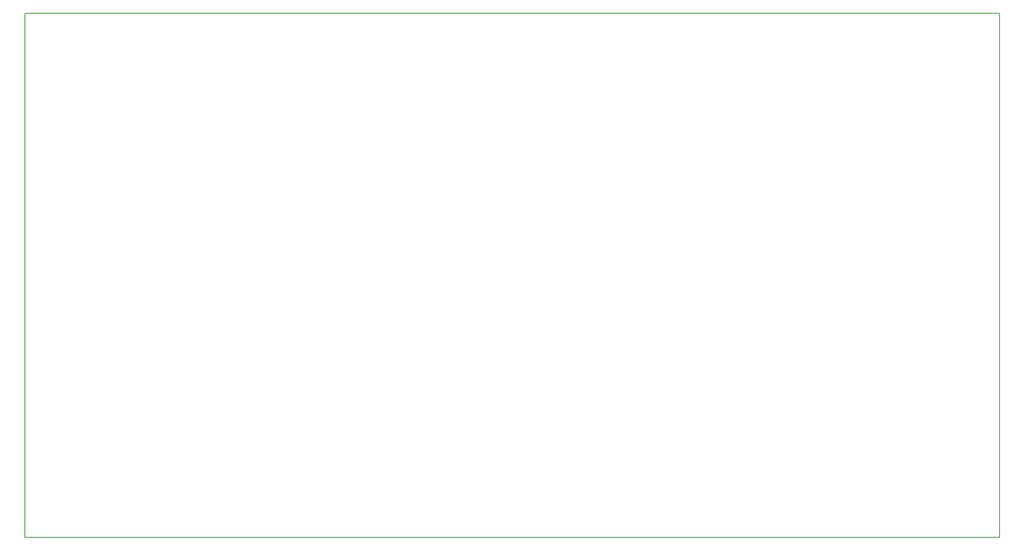
<source format=gbr>
G04 #@! TF.GenerationSoftware,KiCad,Pcbnew,(5.0.0-rc2-dev-586-g888c43477)*
G04 #@! TF.CreationDate,2018-06-03T12:19:04-03:00*
G04 #@! TF.ProjectId,Mcc18,4D636331382E6B696361645F70636200,rev?*
G04 #@! TF.SameCoordinates,Original*
G04 #@! TF.FileFunction,Profile,NP*
%FSLAX46Y46*%
G04 Gerber Fmt 4.6, Leading zero omitted, Abs format (unit mm)*
G04 Created by KiCad (PCBNEW (5.0.0-rc2-dev-586-g888c43477)) date 06/03/18 12:19:04*
%MOMM*%
%LPD*%
G01*
G04 APERTURE LIST*
%ADD10C,0.150000*%
G04 APERTURE END LIST*
D10*
X50038000Y-147066000D02*
X50038000Y-39878000D01*
X249174000Y-147066000D02*
X50038000Y-147066000D01*
X249174000Y-39878000D02*
X249174000Y-147066000D01*
X50038000Y-39878000D02*
X249174000Y-39878000D01*
M02*

</source>
